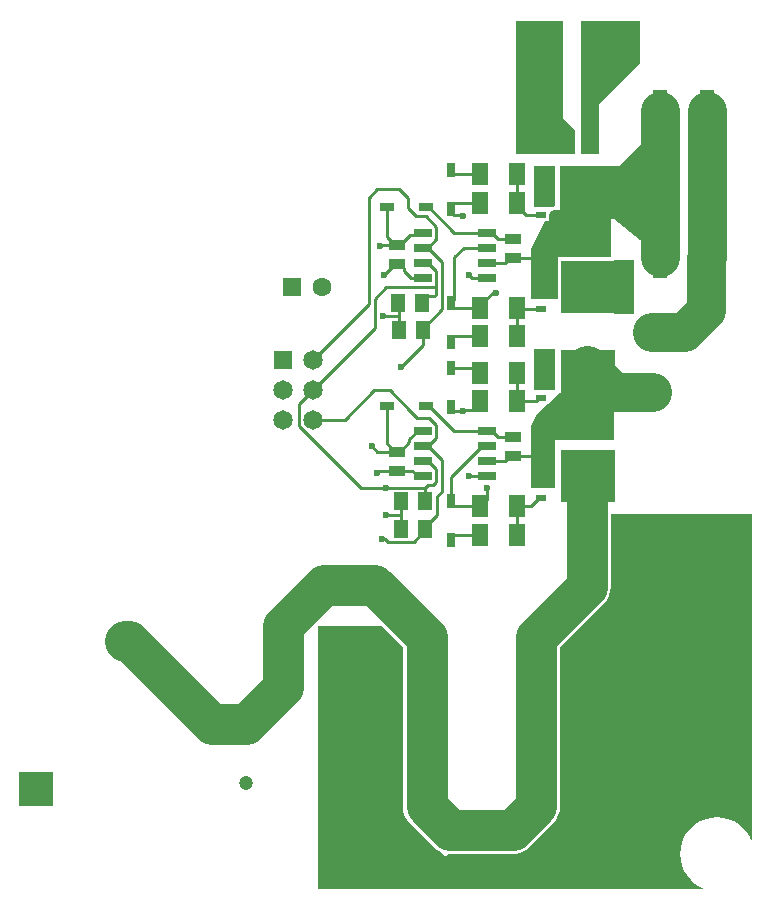
<source format=gtl>
G04*
G04 #@! TF.GenerationSoftware,Altium Limited,Altium Designer,20.1.12 (249)*
G04*
G04 Layer_Physical_Order=1*
G04 Layer_Color=255*
%FSLAX44Y44*%
%MOMM*%
G71*
G04*
G04 #@! TF.SameCoordinates,BAD2E13A-ADEF-41FB-B1CA-1C4B7F66A015*
G04*
G04*
G04 #@! TF.FilePolarity,Positive*
G04*
G01*
G75*
%ADD20R,0.9600X1.3900*%
%ADD21R,1.2500X0.7500*%
%ADD22R,1.5250X0.6500*%
%ADD23R,1.2500X1.5500*%
%ADD24R,0.7500X1.2500*%
%ADD25R,1.3900X0.9600*%
%ADD26R,1.3561X1.8582*%
%ADD27R,1.2500X3.5200*%
%ADD34R,0.8500X0.5000*%
%ADD51R,4.5500X4.4100*%
%ADD52C,0.2540*%
%ADD53C,3.3000*%
%ADD54C,3.5000*%
%ADD55R,1.6500X1.6500*%
%ADD56C,1.6500*%
%ADD57C,1.2000*%
%ADD58R,1.2000X1.2000*%
%ADD59C,3.0000*%
%ADD60R,3.0000X3.0000*%
%ADD61R,1.2000X1.2000*%
%ADD62C,2.4000*%
%ADD63R,2.4000X2.4000*%
%ADD64C,1.6000*%
%ADD65R,1.6000X1.6000*%
%ADD66C,0.6000*%
G36*
X655000Y700000D02*
X620000Y665000D01*
Y622500D01*
X605000D01*
Y735000D01*
X655000D01*
Y700000D01*
D02*
G37*
G36*
X590000Y652500D02*
X600000Y642500D01*
Y622500D01*
X550000D01*
Y735000D01*
X590000D01*
Y652500D01*
D02*
G37*
G36*
X582500Y612500D02*
Y578516D01*
X581267Y577500D01*
X565000Y577500D01*
Y612500D01*
X582500Y612500D01*
D02*
G37*
G36*
X685000Y550000D02*
X655000D01*
X632500Y567500D01*
X630000D01*
Y535000D01*
X585000Y535000D01*
Y500000D01*
X562500Y500000D01*
Y542500D01*
X572500Y562500D01*
X574546Y565910D01*
X577790D01*
Y571317D01*
X579652Y574421D01*
X580000Y574352D01*
X582162Y574781D01*
X582489Y575000D01*
X587500D01*
Y612500D01*
X637500D01*
X657500Y632500D01*
X685000D01*
Y550000D01*
D02*
G37*
G36*
X650000Y487500D02*
X632500D01*
Y532500D01*
X650000D01*
Y487500D01*
D02*
G37*
G36*
X582500Y457500D02*
Y422500D01*
X565000Y422500D01*
Y457500D01*
X582500Y457500D01*
D02*
G37*
G36*
X632500Y380000D02*
X582500D01*
Y340000D01*
X562500D01*
Y392500D01*
X567500Y402500D01*
X570000Y405000D01*
X576895Y410910D01*
X577790D01*
Y411677D01*
X587500Y420000D01*
X632500D01*
Y380000D01*
D02*
G37*
G36*
X750000Y42004D02*
X748730Y41751D01*
X747742Y44135D01*
X745190Y48301D01*
X742017Y52017D01*
X738301Y55189D01*
X734135Y57742D01*
X729622Y59612D01*
X724871Y60753D01*
X720000Y61136D01*
X715129Y60753D01*
X710378Y59612D01*
X705865Y57742D01*
X701699Y55189D01*
X697983Y52017D01*
X694810Y48301D01*
X692258Y44135D01*
X690388Y39622D01*
X689247Y34871D01*
X688864Y30000D01*
X689247Y25129D01*
X690388Y20378D01*
X692258Y15865D01*
X694810Y11699D01*
X697983Y7983D01*
X701699Y4811D01*
X705865Y2258D01*
X708249Y1270D01*
X707996Y0D01*
X382500D01*
Y222500D01*
X436400D01*
X453948Y204952D01*
Y70250D01*
X453948Y70250D01*
X454335Y66322D01*
X455000Y64130D01*
Y62500D01*
X456084Y61416D01*
X457342Y59062D01*
X459846Y56011D01*
X480096Y35761D01*
X483148Y33257D01*
X485501Y31999D01*
X490000Y27500D01*
X492500Y30000D01*
X492944D01*
X494335Y29863D01*
X546878D01*
X550806Y30250D01*
X554584Y31396D01*
X558065Y33257D01*
X561117Y35761D01*
X581367Y56011D01*
X583871Y59062D01*
X585732Y62544D01*
X586878Y66322D01*
X587265Y70250D01*
Y204952D01*
X624239Y241926D01*
X626743Y244977D01*
X628604Y248459D01*
X629750Y252236D01*
X630137Y256165D01*
Y317500D01*
X750000Y317500D01*
Y42004D01*
D02*
G37*
D20*
X638100Y297500D02*
D03*
X621900D02*
D03*
X594400Y632500D02*
D03*
X610600D02*
D03*
D21*
X440374Y577311D02*
D03*
X473374D02*
D03*
Y409502D02*
D03*
X440374D02*
D03*
D22*
X471045Y555818D02*
D03*
Y543118D02*
D03*
Y530418D02*
D03*
Y517718D02*
D03*
X525285D02*
D03*
Y530418D02*
D03*
Y543118D02*
D03*
Y555818D02*
D03*
X471045Y388010D02*
D03*
Y375310D02*
D03*
Y362610D02*
D03*
Y349910D02*
D03*
X525285D02*
D03*
Y362610D02*
D03*
Y375310D02*
D03*
Y388010D02*
D03*
D23*
X450374Y473183D02*
D03*
X470874D02*
D03*
X470250Y496226D02*
D03*
X449750D02*
D03*
X472750Y328417D02*
D03*
X452250D02*
D03*
X452707Y305375D02*
D03*
X473208D02*
D03*
D24*
X495166Y408252D02*
D03*
Y441252D02*
D03*
Y609061D02*
D03*
Y576061D02*
D03*
Y463500D02*
D03*
Y496500D02*
D03*
X495000Y329000D02*
D03*
Y296000D02*
D03*
D25*
X449372Y545600D02*
D03*
Y529400D02*
D03*
X546957Y534400D02*
D03*
Y550600D02*
D03*
X546957Y383100D02*
D03*
Y366900D02*
D03*
X449372Y370600D02*
D03*
Y354400D02*
D03*
D26*
X550261Y605852D02*
D03*
X519739D02*
D03*
X550261Y581352D02*
D03*
X519739D02*
D03*
X550261Y468180D02*
D03*
X519739D02*
D03*
X550261Y492180D02*
D03*
X519739D02*
D03*
X550261Y437060D02*
D03*
X519739D02*
D03*
X550261Y413544D02*
D03*
X519739D02*
D03*
X550261Y300380D02*
D03*
X519739D02*
D03*
X550261Y324380D02*
D03*
X519739D02*
D03*
D27*
X711300Y535000D02*
D03*
X671700D02*
D03*
Y576243D02*
D03*
X711300D02*
D03*
X671700Y617485D02*
D03*
X711300D02*
D03*
X671700Y658728D02*
D03*
X711300D02*
D03*
D34*
X571000Y570950D02*
D03*
Y583650D02*
D03*
Y596350D02*
D03*
Y609050D02*
D03*
X571000Y529050D02*
D03*
Y516350D02*
D03*
Y503650D02*
D03*
Y490950D02*
D03*
Y415950D02*
D03*
Y428650D02*
D03*
Y441350D02*
D03*
Y454050D02*
D03*
Y369050D02*
D03*
Y356350D02*
D03*
Y343650D02*
D03*
Y330950D02*
D03*
D51*
X610500Y590000D02*
D03*
X610500Y510000D02*
D03*
Y435000D02*
D03*
Y350000D02*
D03*
D52*
X470874Y460874D02*
Y473183D01*
X452500Y442500D02*
X470874Y460874D01*
X592000Y426000D02*
X601000D01*
X592000Y435000D02*
X601000D01*
X592000Y444000D02*
X601000D01*
X592000Y453000D02*
X601000D01*
X525249Y329890D02*
Y339751D01*
X525000Y340000D02*
X525249Y339751D01*
X437500Y485000D02*
X449766D01*
X450374Y484393D01*
X510000Y350000D02*
X525195D01*
X525285Y349910D01*
X461054Y517718D02*
X471045D01*
X455052Y523720D02*
X461054Y517718D01*
X455052Y523720D02*
Y525870D01*
X451522Y529400D02*
X455052Y525870D01*
X449372Y529400D02*
X451522D01*
X519739Y324380D02*
X525249Y329890D01*
X519739Y492180D02*
Y494691D01*
X530048Y505000D01*
X532500D01*
X436016Y296484D02*
X438516D01*
X441185Y293815D01*
X463148D01*
X473208Y303875D01*
Y305375D01*
X418367Y339977D02*
X472750D01*
X452250Y317125D02*
Y328417D01*
Y305832D02*
Y317125D01*
X440375D02*
X452250D01*
X440000Y317500D02*
X440375Y317125D01*
X452250Y305832D02*
X452707Y305375D01*
X434400Y354400D02*
X449372D01*
X432500Y352500D02*
X434400Y354400D01*
X449372D02*
X462180D01*
X466670Y349910D01*
X471045D01*
X450374Y484393D02*
Y495602D01*
Y473183D02*
Y484393D01*
X449750Y496226D02*
X450374Y495602D01*
X447222Y529400D02*
X449372D01*
X437822Y520000D02*
X447222Y529400D01*
X437500Y520000D02*
X437822D01*
X482480Y510000D02*
Y523358D01*
Y503988D02*
Y510000D01*
X440000D02*
X482480D01*
X377900Y422900D02*
X430080Y475080D01*
Y500080D01*
X440000Y510000D01*
X365840Y392505D02*
X418367Y339977D01*
X365840Y392505D02*
Y410840D01*
X377900Y422900D01*
X427500Y375000D02*
X431900Y370600D01*
X430000Y422500D02*
X442764D01*
X405000Y397500D02*
X430000Y422500D01*
X377900Y397500D02*
X405000D01*
X442764Y422500D02*
X460000Y405264D01*
X471045Y375310D02*
X475420D01*
X482480Y382370D01*
Y392838D01*
X476399Y398919D02*
X482480Y392838D01*
X466081Y398919D02*
X476399D01*
X460000Y405000D02*
X466081Y398919D01*
X460000Y405000D02*
Y405264D01*
X475420Y543118D02*
X482480Y550178D01*
X465546Y569751D02*
X473376D01*
X458279Y577018D02*
X465546Y569751D01*
X458279Y577018D02*
Y585233D01*
X471045Y543118D02*
X475420D01*
X482480Y550178D02*
Y560646D01*
X473376Y569751D02*
X482480Y560646D01*
X432500Y592500D02*
X451012D01*
X458279Y585233D01*
X425000Y585000D02*
X432500Y592500D01*
X377900Y448300D02*
X425000Y495400D01*
Y585000D01*
X431900Y370600D02*
X447222D01*
X440374Y377449D02*
Y409502D01*
Y377449D02*
X447222Y370600D01*
X449372D01*
X447222Y545600D02*
X449372D01*
X435600D02*
X447222D01*
X435000Y545000D02*
X435600Y545600D01*
X440374Y552449D02*
Y577311D01*
Y552449D02*
X447222Y545600D01*
X449372D02*
X451522D01*
X459761Y553838D01*
X469065D01*
X471045Y555818D01*
X449372Y370600D02*
X451522D01*
X459610Y378688D01*
Y380950D01*
X466670Y388010D01*
X471045D01*
X482874Y332262D02*
X487560Y336948D01*
Y363170D01*
X473208Y305375D02*
Y306875D01*
X475420Y375310D02*
X487560Y363170D01*
X473208Y306875D02*
X482874Y316541D01*
Y332262D01*
X479928Y342529D02*
X482480Y345082D01*
X475302Y342529D02*
X479928D01*
X482480Y345082D02*
Y355550D01*
X475420Y362610D02*
X482480Y355550D01*
X472750Y339977D02*
X475302Y342529D01*
X472750Y328417D02*
Y339977D01*
X471045Y362610D02*
X475420D01*
X473374Y409502D02*
X475874D01*
X497366Y388010D01*
X525285D01*
X550261Y413544D02*
Y437060D01*
Y413544D02*
X566843D01*
X569250Y415950D01*
X571000D01*
X495166Y441252D02*
X515547D01*
X519739Y437060D01*
Y411033D02*
Y413544D01*
X514229Y405522D02*
X519739Y411033D01*
X505522Y405522D02*
X514229D01*
X505000Y405000D02*
X505522Y405522D01*
X495166Y407480D02*
Y408252D01*
Y407480D02*
X497646Y405000D01*
X505000D01*
X495000Y329000D02*
Y349400D01*
X520910Y375310D01*
X525285D01*
X497480Y324380D02*
X519739D01*
X495000Y326860D02*
X497480Y324380D01*
X495000Y326860D02*
Y329000D01*
X497480Y300380D02*
X519739D01*
X495000Y297900D02*
X497480Y300380D01*
X495000Y296000D02*
Y297900D01*
X550261Y300380D02*
Y324380D01*
X562680D01*
X569250Y330950D01*
X571000D01*
X525285Y362610D02*
X540517D01*
X544807Y366900D01*
X546957D01*
X567100D01*
X569250Y369050D01*
X571000D01*
X525285Y388010D02*
X529660D01*
X534570Y383100D01*
X546957D01*
X475230Y502500D02*
X480992D01*
X482480Y503988D01*
X470250Y497520D02*
X475230Y502500D01*
X470250Y496226D02*
Y497520D01*
X470874Y473183D02*
Y474683D01*
X487560Y491369D01*
Y530978D01*
X475420Y543118D02*
X487560Y530978D01*
X471045Y530418D02*
X475420D01*
X482480Y523358D01*
X495166Y496500D02*
X497500Y498834D01*
Y535000D01*
X505618Y543118D01*
X525285D01*
X510000Y520000D02*
X512282Y517718D01*
X525285D01*
X497646Y492180D02*
X519739D01*
X525285Y555818D02*
X529660D01*
X497366D02*
X525285D01*
X473374Y577311D02*
X475874D01*
X497366Y555818D01*
X495166Y573561D02*
Y576061D01*
Y573561D02*
X497646Y571081D01*
X500146D01*
X500565Y570662D01*
X504338D01*
X505000Y570000D01*
X495166Y576061D02*
Y578561D01*
X497646Y581041D01*
X500146D01*
X500457Y581352D01*
X519739D01*
X495166Y494660D02*
X497646Y492180D01*
X495166Y494660D02*
Y496500D01*
X497646Y468180D02*
X519739D01*
X495166Y465700D02*
X497646Y468180D01*
X495166Y463500D02*
Y465700D01*
X550261Y468180D02*
Y492180D01*
X551491Y490950D01*
X571000D01*
X525285Y530418D02*
X540826D01*
X544807Y534400D01*
X546957D01*
X534878Y550600D02*
X546957D01*
X529660Y555818D02*
X534878Y550600D01*
X546957Y534400D02*
X563900D01*
X569250Y529050D01*
X571000D01*
X497646Y605852D02*
X519739D01*
X495166Y608332D02*
X497646Y605852D01*
X495166Y608332D02*
Y609061D01*
X550261Y581352D02*
Y605852D01*
X558152Y570950D02*
X571000D01*
X550261Y578841D02*
X558152Y570950D01*
X550261Y578841D02*
Y581352D01*
D53*
X610000Y444000D02*
X614500Y439500D01*
X619000Y435000D02*
X623500Y430500D01*
X628000Y426000D02*
X633070Y420930D01*
X665000D01*
X671700Y535000D02*
Y576243D01*
Y617485D01*
Y658728D01*
X711300Y617485D02*
Y658728D01*
Y576243D02*
Y617485D01*
Y535000D02*
Y576243D01*
X710630Y534330D02*
X711300Y535000D01*
X710630Y490630D02*
Y534330D01*
X691730Y471730D02*
X710630Y490630D01*
X665000Y471730D02*
X691730D01*
D54*
X474085Y70250D02*
X474085Y70250D01*
X474085Y70250D02*
X494335Y50000D01*
X474085Y70250D02*
Y213293D01*
X429878Y257500D02*
X474085Y213293D01*
X352500Y222500D02*
X387500Y257500D01*
X429878D01*
X321043Y140000D02*
X352500Y171457D01*
Y222500D01*
X292500Y140000D02*
X321043D01*
X218500Y210250D02*
X222250D01*
X292500Y140000D01*
X610000Y341000D02*
Y350000D01*
Y332000D02*
Y341000D01*
Y256165D02*
Y332000D01*
X567128Y213293D02*
X610000Y256165D01*
X567128Y70250D02*
Y213293D01*
X546878Y50000D02*
X567128Y70250D01*
X494335Y50000D02*
X546878D01*
D55*
X352500Y448300D02*
D03*
D56*
X377900D02*
D03*
X352500Y422900D02*
D03*
Y397500D02*
D03*
X377900Y422900D02*
D03*
Y397500D02*
D03*
D57*
X424085Y213293D02*
D03*
X424085Y70250D02*
D03*
X617128D02*
D03*
X577500Y699043D02*
D03*
X617128Y213293D02*
D03*
X321043Y90000D02*
D03*
D58*
X474085Y213293D02*
D03*
X474085Y70250D02*
D03*
X567128D02*
D03*
X627500Y699043D02*
D03*
X567128Y213293D02*
D03*
D59*
X218500Y210250D02*
D03*
D60*
X143500Y85250D02*
D03*
D61*
X321043Y140000D02*
D03*
D62*
X665000Y471730D02*
D03*
D63*
Y420930D02*
D03*
D64*
X385200Y510000D02*
D03*
D65*
X359800D02*
D03*
D66*
X452500Y442500D02*
D03*
X580000Y435000D02*
D03*
Y445000D02*
D03*
Y455000D02*
D03*
X525000Y340000D02*
D03*
X437500Y485000D02*
D03*
X510000Y350000D02*
D03*
X532500Y505000D02*
D03*
X436016Y296484D02*
D03*
X440000Y340000D02*
D03*
X440188Y317312D02*
D03*
X432500Y352500D02*
D03*
X437661Y520000D02*
D03*
X580000Y425000D02*
D03*
Y580000D02*
D03*
Y590000D02*
D03*
Y600000D02*
D03*
Y610000D02*
D03*
X427500Y375000D02*
D03*
X435000Y545000D02*
D03*
X505000Y405000D02*
D03*
X510000Y520000D02*
D03*
X505000Y570000D02*
D03*
X640000Y497500D02*
D03*
Y507500D02*
D03*
Y517500D02*
D03*
Y527500D02*
D03*
X592000Y608000D02*
D03*
Y590000D02*
D03*
Y572000D02*
D03*
X601000D02*
D03*
X610000D02*
D03*
X619000D02*
D03*
Y581000D02*
D03*
X610000D02*
D03*
X601000D02*
D03*
Y590000D02*
D03*
X610000D02*
D03*
X619000D02*
D03*
Y599000D02*
D03*
X610000D02*
D03*
X601000D02*
D03*
Y608000D02*
D03*
X610000D02*
D03*
X619000D02*
D03*
X592000Y599000D02*
D03*
Y581000D02*
D03*
X592000Y501000D02*
D03*
Y519000D02*
D03*
X619000Y528000D02*
D03*
X610000D02*
D03*
X601000D02*
D03*
Y519000D02*
D03*
X610000D02*
D03*
X619000D02*
D03*
Y510000D02*
D03*
X610000D02*
D03*
X601000D02*
D03*
Y501000D02*
D03*
X610000D02*
D03*
X619000D02*
D03*
Y492000D02*
D03*
X610000D02*
D03*
X601000D02*
D03*
X592000D02*
D03*
Y510000D02*
D03*
Y528000D02*
D03*
Y453000D02*
D03*
Y435000D02*
D03*
Y417000D02*
D03*
X601000D02*
D03*
X610000D02*
D03*
X619000D02*
D03*
Y426000D02*
D03*
X610000D02*
D03*
X601000D02*
D03*
Y435000D02*
D03*
X610000D02*
D03*
X619000D02*
D03*
Y444000D02*
D03*
X610000D02*
D03*
X601000D02*
D03*
Y453000D02*
D03*
X610000D02*
D03*
X619000D02*
D03*
X592000Y444000D02*
D03*
Y426000D02*
D03*
Y341000D02*
D03*
Y359000D02*
D03*
X619000Y368000D02*
D03*
X610000D02*
D03*
X601000D02*
D03*
Y359000D02*
D03*
X610000D02*
D03*
X619000D02*
D03*
Y350000D02*
D03*
X610000D02*
D03*
X601000D02*
D03*
Y341000D02*
D03*
X610000D02*
D03*
X619000D02*
D03*
Y332000D02*
D03*
X610000D02*
D03*
X601000D02*
D03*
X592000D02*
D03*
Y350000D02*
D03*
Y368000D02*
D03*
M02*

</source>
